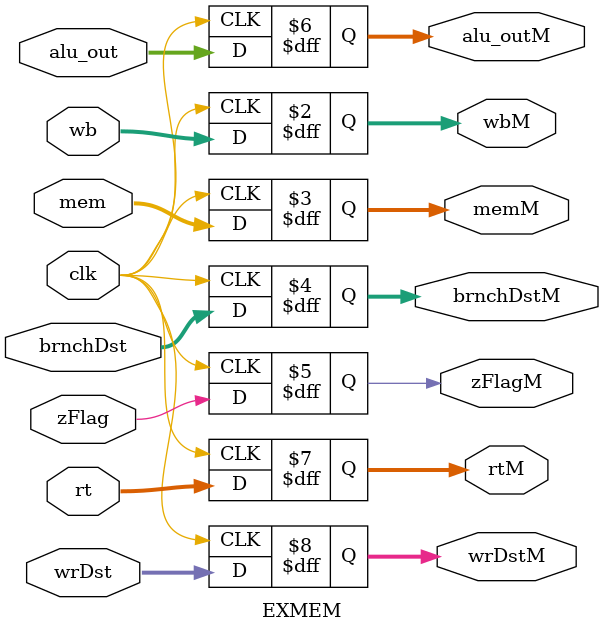
<source format=v>
`timescale 1ns / 1ps
module EXMEM(input clk, input [1:0] wb, input [2:0] mem, input [31:0] brnchDst, input zFlag, input [31:0] alu_out,
				input [31:0] rt, input [4:0] wrDst, output reg[1:0] wbM, output reg[2:0] memM, output reg[31:0] brnchDstM,
				output reg zFlagM, output reg[31:0] alu_outM, output reg[31:0] rtM, output reg[4:0] wrDstM
    );
	 
	always @ (posedge clk) begin
		wbM 			<= wb;
		memM 			<= mem;
		brnchDstM 	<= brnchDst;
		zFlagM		<= zFlag;
		alu_outM 	<= alu_out;
		rtM 			<= rt;
		wrDstM		<= wrDst;
	end

endmodule

</source>
